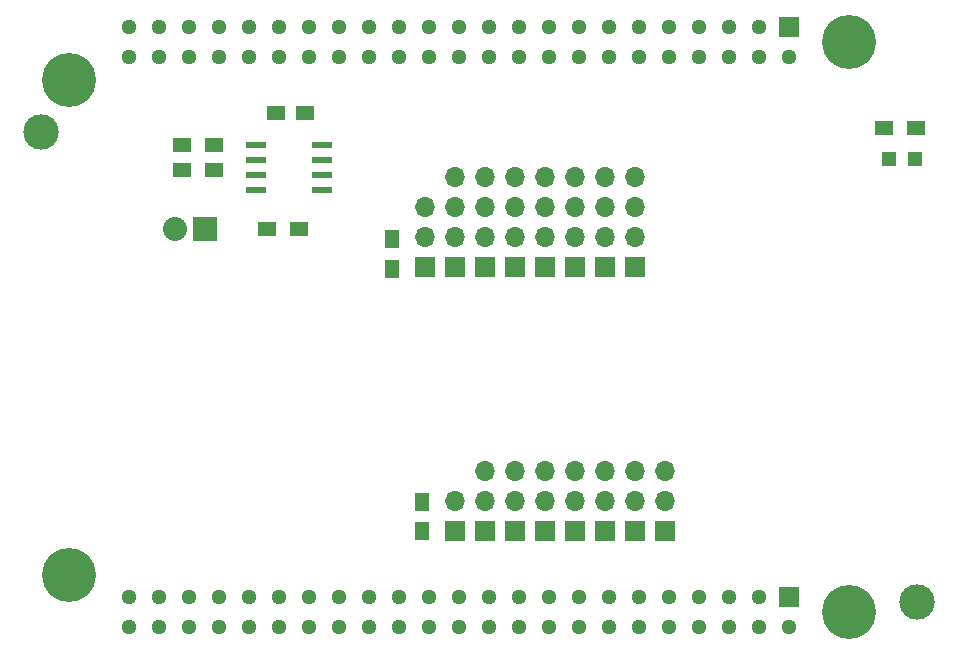
<source format=gbr>
%TF.GenerationSoftware,KiCad,Pcbnew,(5.1.10)-1*%
%TF.CreationDate,2022-04-07T15:38:00-04:00*%
%TF.ProjectId,BBB-COMMS-2,4242422d-434f-44d4-9d53-2d322e6b6963,0.3*%
%TF.SameCoordinates,Original*%
%TF.FileFunction,Soldermask,Top*%
%TF.FilePolarity,Negative*%
%FSLAX46Y46*%
G04 Gerber Fmt 4.6, Leading zero omitted, Abs format (unit mm)*
G04 Created by KiCad (PCBNEW (5.1.10)-1) date 2022-04-07 15:38:00*
%MOMM*%
%LPD*%
G01*
G04 APERTURE LIST*
%ADD10C,3.000000*%
%ADD11R,1.651000X0.599440*%
%ADD12C,4.572000*%
%ADD13R,1.651000X1.651000*%
%ADD14C,1.300480*%
%ADD15R,2.032000X2.032000*%
%ADD16O,2.032000X2.032000*%
%ADD17R,1.500000X1.300000*%
%ADD18R,1.250000X1.500000*%
%ADD19R,1.500000X1.250000*%
%ADD20R,1.700000X1.700000*%
%ADD21O,1.700000X1.700000*%
%ADD22R,1.200000X1.200000*%
G04 APERTURE END LIST*
D10*
%TO.C,FID1*%
X171196000Y-103251000D03*
%TD*%
%TO.C,FID2*%
X97028000Y-63500000D03*
%TD*%
D11*
%TO.C,U1*%
X115290600Y-68376800D03*
X120878600Y-68376800D03*
X115290600Y-67106800D03*
X115290600Y-65836800D03*
X115290600Y-64566800D03*
X120878600Y-67106800D03*
X120878600Y-65836800D03*
X120878600Y-64566800D03*
%TD*%
D12*
%TO.C,BRD1*%
X99441000Y-59055000D03*
X165481000Y-55880000D03*
X165481000Y-104140000D03*
X99441000Y-100965000D03*
D13*
X160401000Y-54610000D03*
D14*
X160401000Y-57150000D03*
X157861000Y-54610000D03*
X157861000Y-57150000D03*
X155321000Y-54610000D03*
X155321000Y-57150000D03*
X152781000Y-54610000D03*
X152781000Y-57150000D03*
X150241000Y-54610000D03*
X150241000Y-57150000D03*
X147701000Y-54610000D03*
X147701000Y-57150000D03*
X145161000Y-54610000D03*
X145161000Y-57150000D03*
X142621000Y-54610000D03*
X142621000Y-57150000D03*
X140081000Y-54610000D03*
X140081000Y-57150000D03*
X137541000Y-54610000D03*
X137541000Y-57150000D03*
X135001000Y-54610000D03*
X135001000Y-57150000D03*
X132461000Y-54610000D03*
X132461000Y-57150000D03*
X129921000Y-54610000D03*
X129921000Y-57150000D03*
X127381000Y-54610000D03*
X127381000Y-57150000D03*
X124841000Y-54610000D03*
X124841000Y-57150000D03*
X122301000Y-54610000D03*
X122301000Y-57150000D03*
X119761000Y-54610000D03*
X119761000Y-57150000D03*
X117221000Y-54610000D03*
X117221000Y-57150000D03*
X114681000Y-54610000D03*
X114681000Y-57150000D03*
X112141000Y-54610000D03*
X112141000Y-57150000D03*
X109601000Y-54610000D03*
X109601000Y-57150000D03*
X107061000Y-54610000D03*
X107061000Y-57150000D03*
X104521000Y-54610000D03*
X104521000Y-57150000D03*
D13*
X160401000Y-102870000D03*
D14*
X160401000Y-105410000D03*
X157861000Y-102870000D03*
X157861000Y-105410000D03*
X155321000Y-102870000D03*
X155321000Y-105410000D03*
X152781000Y-102870000D03*
X152781000Y-105410000D03*
X150241000Y-102870000D03*
X150241000Y-105410000D03*
X147701000Y-102870000D03*
X147701000Y-105410000D03*
X145161000Y-102870000D03*
X145161000Y-105410000D03*
X142621000Y-102870000D03*
X142621000Y-105410000D03*
X140081000Y-102870000D03*
X140081000Y-105410000D03*
X137541000Y-102870000D03*
X137541000Y-105410000D03*
X135001000Y-102870000D03*
X135001000Y-105410000D03*
X132461000Y-102870000D03*
X132461000Y-105410000D03*
X129921000Y-102870000D03*
X129921000Y-105410000D03*
X127381000Y-102870000D03*
X127381000Y-105410000D03*
X124841000Y-102870000D03*
X124841000Y-105410000D03*
X122301000Y-102870000D03*
X122301000Y-105410000D03*
X119761000Y-102870000D03*
X119761000Y-105410000D03*
X117221000Y-102870000D03*
X117221000Y-105410000D03*
X114681000Y-102870000D03*
X114681000Y-105410000D03*
X112141000Y-102870000D03*
X112141000Y-105410000D03*
X109601000Y-102870000D03*
X109601000Y-105410000D03*
X107061000Y-102870000D03*
X107061000Y-105410000D03*
X104521000Y-102870000D03*
X104521000Y-105410000D03*
%TD*%
D15*
%TO.C,H1*%
X110972600Y-71678800D03*
D16*
X108432600Y-71678800D03*
%TD*%
D17*
%TO.C,R4*%
X168449000Y-63119000D03*
X171149000Y-63119000D03*
%TD*%
%TO.C,R3*%
X118926600Y-71678800D03*
X116226600Y-71678800D03*
%TD*%
%TO.C,R2*%
X108987600Y-66725800D03*
X111687600Y-66725800D03*
%TD*%
%TO.C,R1*%
X108987600Y-64566800D03*
X111687600Y-64566800D03*
%TD*%
D18*
%TO.C,C2*%
X126746000Y-72537000D03*
X126746000Y-75037000D03*
%TD*%
D19*
%TO.C,C1*%
X116961600Y-61899800D03*
X119461600Y-61899800D03*
%TD*%
D20*
%TO.C,H6*%
X139700000Y-74930000D03*
D21*
X139700000Y-72390000D03*
X139700000Y-69850000D03*
X139700000Y-67310000D03*
%TD*%
D20*
%TO.C,H5*%
X137160000Y-74930000D03*
D21*
X137160000Y-72390000D03*
X137160000Y-69850000D03*
X137160000Y-67310000D03*
%TD*%
D20*
%TO.C,H4*%
X134620000Y-74930000D03*
D21*
X134620000Y-72390000D03*
X134620000Y-69850000D03*
X134620000Y-67310000D03*
%TD*%
D22*
%TO.C,D1*%
X171026000Y-65786000D03*
X168826000Y-65786000D03*
%TD*%
D20*
%TO.C,H7*%
X142240000Y-74930000D03*
D21*
X142240000Y-72390000D03*
X142240000Y-69850000D03*
X142240000Y-67310000D03*
%TD*%
D20*
%TO.C,H8*%
X144780000Y-74930000D03*
D21*
X144780000Y-72390000D03*
X144780000Y-69850000D03*
X144780000Y-67310000D03*
%TD*%
D20*
%TO.C,H3*%
X132080000Y-74930000D03*
D21*
X132080000Y-72390000D03*
X132080000Y-69850000D03*
X132080000Y-67310000D03*
%TD*%
D20*
%TO.C,H14*%
X142240000Y-97282000D03*
D21*
X142240000Y-94742000D03*
X142240000Y-92202000D03*
%TD*%
D20*
%TO.C,H13*%
X139700000Y-97282000D03*
D21*
X139700000Y-94742000D03*
X139700000Y-92202000D03*
%TD*%
D20*
%TO.C,H12*%
X137160000Y-97282000D03*
D21*
X137160000Y-94742000D03*
X137160000Y-92202000D03*
%TD*%
D20*
%TO.C,H11*%
X134620000Y-97282000D03*
D21*
X134620000Y-94742000D03*
X134620000Y-92202000D03*
%TD*%
D18*
%TO.C,C3*%
X129286000Y-94762000D03*
X129286000Y-97262000D03*
%TD*%
D20*
%TO.C,H15*%
X144780000Y-97282000D03*
D21*
X144780000Y-94742000D03*
X144780000Y-92202000D03*
%TD*%
D20*
%TO.C,H17*%
X149860000Y-97282000D03*
D21*
X149860000Y-94742000D03*
X149860000Y-92202000D03*
%TD*%
D20*
%TO.C,H16*%
X147320000Y-97282000D03*
D21*
X147320000Y-94742000D03*
X147320000Y-92202000D03*
%TD*%
D20*
%TO.C,H10*%
X132080000Y-97282000D03*
D21*
X132080000Y-94742000D03*
%TD*%
D20*
%TO.C,H9*%
X147320000Y-74930000D03*
D21*
X147320000Y-72390000D03*
X147320000Y-69850000D03*
X147320000Y-67310000D03*
%TD*%
D20*
%TO.C,H2*%
X129540000Y-74930000D03*
D21*
X129540000Y-72390000D03*
X129540000Y-69850000D03*
%TD*%
M02*

</source>
